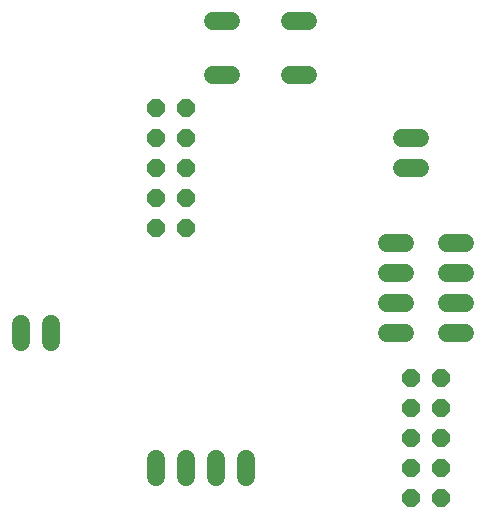
<source format=gbr>
G04 EAGLE Gerber RS-274X export*
G75*
%MOMM*%
%FSLAX34Y34*%
%LPD*%
%INBottom Copper*%
%IPPOS*%
%AMOC8*
5,1,8,0,0,1.08239X$1,22.5*%
G01*
%ADD10P,1.649562X8X112.500000*%
%ADD11C,1.524000*%
%ADD12P,1.649562X8X292.500000*%


D10*
X736600Y647700D03*
X711200Y647700D03*
X736600Y673100D03*
X711200Y673100D03*
X736600Y698500D03*
X711200Y698500D03*
X736600Y723900D03*
X711200Y723900D03*
X736600Y749300D03*
X711200Y749300D03*
D11*
X596900Y566420D02*
X596900Y551180D01*
X622300Y551180D02*
X622300Y566420D01*
X919480Y698500D02*
X934720Y698500D01*
X934720Y723900D02*
X919480Y723900D01*
X787400Y452120D02*
X787400Y436880D01*
X762000Y436880D02*
X762000Y452120D01*
X736600Y452120D02*
X736600Y436880D01*
X711200Y436880D02*
X711200Y452120D01*
X906780Y635000D02*
X922020Y635000D01*
X922020Y609600D02*
X906780Y609600D01*
X906780Y584200D02*
X922020Y584200D01*
X922020Y558800D02*
X906780Y558800D01*
X957580Y635000D02*
X972820Y635000D01*
X972820Y609600D02*
X957580Y609600D01*
X957580Y584200D02*
X972820Y584200D01*
X972820Y558800D02*
X957580Y558800D01*
D12*
X927100Y520700D03*
X952500Y520700D03*
X927100Y495300D03*
X952500Y495300D03*
X927100Y469900D03*
X952500Y469900D03*
X927100Y444500D03*
X952500Y444500D03*
X927100Y419100D03*
X952500Y419100D03*
D11*
X840232Y777494D02*
X824992Y777494D01*
X824992Y822706D02*
X840232Y822706D01*
X775208Y777494D02*
X759968Y777494D01*
X759968Y822706D02*
X775208Y822706D01*
M02*

</source>
